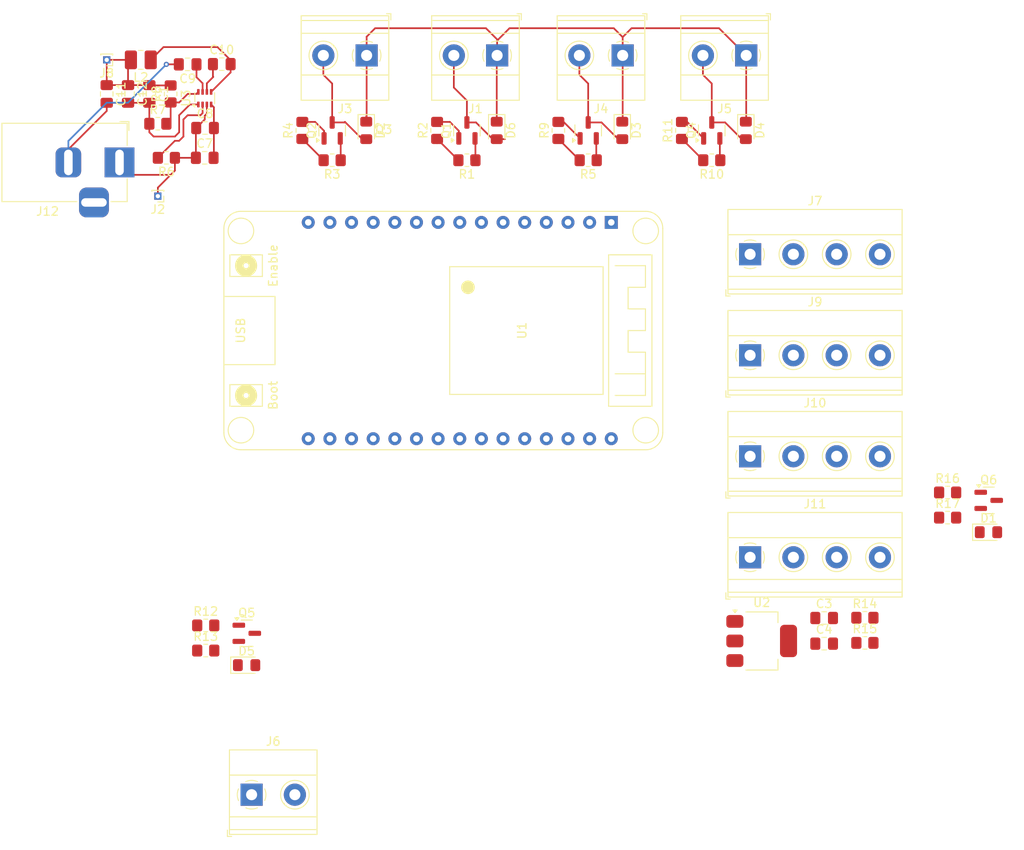
<source format=kicad_pcb>
(kicad_pcb (version 20240108) (generator "pcbnew") (generator_version "8.0")
  (layers (0 "F.Cu" signal) (31 "B.Cu" signal) (34 "B.Paste" user) (35 "F.Paste" user) (36 "B.SilkS" user "B.Silkscreen") (37 "F.SilkS" user "F.Silkscreen") (38 "B.Mask" user) (39 "F.Mask" user) (44 "Edge.Cuts" user))
  (net 0 "")
  (net 1 "/5V")
  (net 2 "GND")
  (net 3 "/MOSFET 3A5/V+")
  (net 4 "/MOSFET 3A5/V-")
  (net 5 "/3V3")
  (net 6 "/VDD_5_30V")
  (net 7 "Net-(U3-PG)")
  (net 8 "Net-(U3-SW)")
  (net 9 "Net-(U3-BST)")
  (net 10 "/MOSFET 3A1/V-")
  (net 11 "/MOSFET 3A2/V-")
  (net 12 "/MOSFET 3A3/V-")
  (net 13 "/MOSFET 3A4/V-")
  (net 14 "/MOSFET 3A/V-")
  (net 15 "/SDA")
  (net 16 "/SCL")
  (net 17 "Net-(Q1-G)")
  (net 18 "Net-(Q2-G)")
  (net 19 "Net-(Q3-G)")
  (net 20 "Net-(Q4-G)")
  (net 21 "Net-(Q5-G)")
  (net 22 "Net-(Q6-G)")
  (net 23 "/MOSFET 3A/Trigger")
  (net 24 "/MOSFET 3A1/Trigger")
  (net 25 "/MOSFET 3A2/Trigger")
  (net 26 "Net-(U3-EN)")
  (net 27 "Net-(U3-FB)")
  (net 28 "/MOSFET 3A3/Trigger")
  (net 29 "/MOSFET 3A4/Trigger")
  (net 30 "/Trigger_3V3")
  (footprint "Diode_SMD:D_0805_2012Metric_Pad1.15x1.40mm_HandSolder" (layer "F.Cu") (at 110.455 53 -90)
    (property "Reference" "D2" (at 0 -1.65 90) (layer "F.SilkS"))
    (property "Value" "D_Schottky")
    (pad "1" smd roundrect (at -1.025 0 270) (size 1.15 1.4) (layers "F.Cu" "F.Paste" "F.Mask") (roundrect_rratio 0.217391) (net 1 "/5V"))
    (pad "2" smd roundrect (at 1.025 0 270) (size 1.15 1.4) (layers "F.Cu" "F.Paste" "F.Mask") (roundrect_rratio 0.217391) (net 10 "/MOSFET 3A1/V-"))
  )
  (footprint "TerminalBlock_Phoenix:TerminalBlock_Phoenix_MKDS-1,5-2-5.08_1x02_P5.08mm_Horizontal" (layer "F.Cu") (at 125.8125 44.195 180)
    (property "Reference" "J1" (at 2.54 -6.26 180) (layer "F.SilkS"))
    (property "Value" "5V")
    (pad "1" thru_hole rect (at 0 0 180) (size 2.6 2.6) (drill 1.3) (layers "*.Cu" "*.Mask") (net 1 "/5V"))
    (pad "2" thru_hole circle (at 5.08 0 180) (size 2.6 2.6) (drill 1.3) (layers "*.Cu" "*.Mask") (net 14 "/MOSFET 3A/V-"))
  )
  (footprint "Resistor_SMD:R_0805_2012Metric_Pad1.20x1.40mm_HandSolder" (layer "F.Cu") (at 178.68 95.515)
    (property "Reference" "R16" (at 0 -1.65 0) (layer "F.SilkS"))
    (property "Value" "10K")
    (pad "1" smd roundrect (at -1 0) (size 1.2 1.4) (layers "F.Cu" "F.Paste" "F.Mask") (roundrect_rratio 0.208333) (net 2 "GND"))
    (pad "2" smd roundrect (at 1 0) (size 1.2 1.4) (layers "F.Cu" "F.Paste" "F.Mask") (roundrect_rratio 0.208333) (net 30 "/Trigger_3V3"))
  )
  (footprint "TerminalBlock_Phoenix:TerminalBlock_Phoenix_MKDS-1,5-4-5.08_1x04_P5.08mm_Horizontal" (layer "F.Cu") (at 155.5 79.405)
    (property "Reference" "J9" (at 7.62 -6.26 0) (layer "F.SilkS"))
    (property "Value" "I2C")
    (pad "1" thru_hole rect (at 0 0) (size 2.6 2.6) (drill 1.3) (layers "*.Cu" "*.Mask") (net 2 "GND"))
    (pad "2" thru_hole circle (at 5.08 0) (size 2.6 2.6) (drill 1.3) (layers "*.Cu" "*.Mask") (net 5 "/3V3"))
    (pad "3" thru_hole circle (at 10.16 0) (size 2.6 2.6) (drill 1.3) (layers "*.Cu" "*.Mask") (net 15 "/SDA"))
    (pad "4" thru_hole circle (at 15.24 0) (size 2.6 2.6) (drill 1.3) (layers "*.Cu" "*.Mask") (net 16 "/SCL"))
  )
  (footprint "TerminalBlock_Phoenix:TerminalBlock_Phoenix_MKDS-1,5-4-5.08_1x04_P5.08mm_Horizontal" (layer "F.Cu") (at 155.5 67.545)
    (property "Reference" "J7" (at 7.62 -6.26 0) (layer "F.SilkS"))
    (property "Value" "I2C")
    (pad "1" thru_hole rect (at 0 0) (size 2.6 2.6) (drill 1.3) (layers "*.Cu" "*.Mask") (net 2 "GND"))
    (pad "2" thru_hole circle (at 5.08 0) (size 2.6 2.6) (drill 1.3) (layers "*.Cu" "*.Mask") (net 5 "/3V3"))
    (pad "3" thru_hole circle (at 10.16 0) (size 2.6 2.6) (drill 1.3) (layers "*.Cu" "*.Mask") (net 15 "/SDA"))
    (pad "4" thru_hole circle (at 15.24 0) (size 2.6 2.6) (drill 1.3) (layers "*.Cu" "*.Mask") (net 16 "/SCL"))
  )
  (footprint "Capacitor_SMD:C_0805_2012Metric_Pad1.18x1.45mm_HandSolder" (layer "F.Cu") (at 89.496252 45.24375 180)
    (property "Reference" "C9" (at 0 -1.68 180) (layer "F.SilkS"))
    (property "Value" "33n")
    (pad "1" smd roundrect (at -1.0375 0 180) (size 1.175 1.45) (layers "F.Cu" "F.Paste" "F.Mask") (roundrect_rratio 0.212766) (net 7 "Net-(U3-PG)"))
    (pad "2" smd roundrect (at 1.0375 0 180) (size 1.175 1.45) (layers "F.Cu" "F.Paste" "F.Mask") (roundrect_rratio 0.212766) (net 2 "GND"))
  )
  (footprint "Resistor_SMD:R_0805_2012Metric_Pad1.20x1.40mm_HandSolder" (layer "F.Cu") (at 91.6175 111.125)
    (property "Reference" "R12" (at 0 -1.65 0) (layer "F.SilkS"))
    (property "Value" "10K")
    (pad "1" smd roundrect (at -1 0) (size 1.2 1.4) (layers "F.Cu" "F.Paste" "F.Mask") (roundrect_rratio 0.208333) (net 2 "GND"))
    (pad "2" smd roundrect (at 1 0) (size 1.2 1.4) (layers "F.Cu" "F.Paste" "F.Mask") (roundrect_rratio 0.208333) (net 29 "/MOSFET 3A4/Trigger"))
  )
  (footprint "Package_TO_SOT_SMD:SOT-23" (layer "F.Cu") (at 151 53 90)
    (property "Reference" "Q4" (at 0 -2.4 270) (layer "F.SilkS"))
    (property "Value" "AO3400A")
    (pad "1" smd roundrect (at -0.9375 -0.95 90) (size 1.475 0.6) (layers "F.Cu" "F.Paste" "F.Mask") (net 20 "Net-(Q4-G)"))
    (pad "2" smd roundrect (at -0.9375 0.95 90) (size 1.475 0.6) (layers "F.Cu" "F.Paste" "F.Mask") (net 2 "GND"))
    (pad "3" smd roundrect (at 0.9375 0 90) (size 1.475 0.6) (layers "F.Cu" "F.Paste" "F.Mask") (net 12 "/MOSFET 3A3/V-"))
  )
  (footprint "Package_TO_SOT_SMD:SOT-223-3_TabPin2" (layer "F.Cu") (at 156.86 112.95)
    (property "Reference" "U2" (at 0 -4.5 0) (layer "F.SilkS"))
    (property "Value" "NCP1117-3.3_SOT223")
    (pad "1" smd roundrect (at -3.15 -2.3) (size 2 1.5) (layers "F.Cu" "F.Paste" "F.Mask") (net 4 "/MOSFET 3A5/V-"))
    (pad "2" smd roundrect (at -3.15 0) (size 2 1.5) (layers "F.Cu" "F.Paste" "F.Mask") (net 5 "/3V3"))
    (pad "2" smd roundrect (at 3.15 0) (size 2 3.8) (layers "F.Cu" "F.Paste" "F.Mask") (net 5 "/3V3"))
    (pad "3" smd roundrect (at -3.15 2.3) (size 2 1.5) (layers "F.Cu" "F.Paste" "F.Mask") (net 3 "/MOSFET 3A5/V+"))
  )
  (footprint "TerminalBlock_Phoenix:TerminalBlock_Phoenix_MKDS-1,5-4-5.08_1x04_P5.08mm_Horizontal" (layer "F.Cu") (at 155.5 91.265)
    (property "Reference" "J10" (at 7.62 -6.26 0) (layer "F.SilkS"))
    (property "Value" "I2C")
    (pad "1" thru_hole rect (at 0 0) (size 2.6 2.6) (drill 1.3) (layers "*.Cu" "*.Mask") (net 2 "GND"))
    (pad "2" thru_hole circle (at 5.08 0) (size 2.6 2.6) (drill 1.3) (layers "*.Cu" "*.Mask") (net 5 "/3V3"))
    (pad "3" thru_hole circle (at 10.16 0) (size 2.6 2.6) (drill 1.3) (layers "*.Cu" "*.Mask") (net 15 "/SDA"))
    (pad "4" thru_hole circle (at 15.24 0) (size 2.6 2.6) (drill 1.3) (layers "*.Cu" "*.Mask") (net 16 "/SCL"))
  )
  (footprint "Capacitor_SMD:C_0805_2012Metric_Pad1.18x1.45mm_HandSolder" (layer "F.Cu") (at 93.5 45.217498)
    (property "Reference" "C10" (at 0 -1.68 360) (layer "F.SilkS"))
    (property "Value" "100n & 3A")
    (pad "1" smd roundrect (at -1.0375 0) (size 1.175 1.45) (layers "F.Cu" "F.Paste" "F.Mask") (roundrect_rratio 0.212766) (net 9 "Net-(U3-BST)"))
    (pad "2" smd roundrect (at 1.0375 0) (size 1.175 1.45) (layers "F.Cu" "F.Paste" "F.Mask") (roundrect_rratio 0.212766) (net 8 "Net-(U3-SW)"))
  )
  (footprint "Package_TO_SOT_SMD:SOT-23" (layer "F.Cu") (at 96.4375 112.05)
    (property "Reference" "Q5" (at 0 -2.4 0) (layer "F.SilkS"))
    (property "Value" "AO3400A")
    (pad "1" smd roundrect (at -0.9375 -0.95) (size 1.475 0.6) (layers "F.Cu" "F.Paste" "F.Mask") (net 21 "Net-(Q5-G)"))
    (pad "2" smd roundrect (at -0.9375 0.95) (size 1.475 0.6) (layers "F.Cu" "F.Paste" "F.Mask") (net 2 "GND"))
    (pad "3" smd roundrect (at 0.9375 0) (size 1.475 0.6) (layers "F.Cu" "F.Paste" "F.Mask") (net 13 "/MOSFET 3A4/V-"))
  )
  (footprint "Resistor_SMD:R_0805_2012Metric_Pad1.20x1.40mm_HandSolder" (layer "F.Cu") (at 168.97 110.225)
    (property "Reference" "R14" (at 0 -1.65 0) (layer "F.SilkS"))
    (property "Value" "10K")
    (pad "1" smd roundrect (at -1 0) (size 1.2 1.4) (layers "F.Cu" "F.Paste" "F.Mask") (roundrect_rratio 0.208333) (net 5 "/3V3"))
    (pad "2" smd roundrect (at 1 0) (size 1.2 1.4) (layers "F.Cu" "F.Paste" "F.Mask") (roundrect_rratio 0.208333) (net 15 "/SDA"))
  )
  (footprint "Resistor_SMD:R_0805_2012Metric_Pad1.20x1.40mm_HandSolder" (layer "F.Cu") (at 168.97 113.175)
    (property "Reference" "R15" (at 0 -1.65 0) (layer "F.SilkS"))
    (property "Value" "10K")
    (pad "1" smd roundrect (at -1 0) (size 1.2 1.4) (layers "F.Cu" "F.Paste" "F.Mask") (roundrect_rratio 0.208333) (net 5 "/3V3"))
    (pad "2" smd roundrect (at 1 0) (size 1.2 1.4) (layers "F.Cu" "F.Paste" "F.Mask") (roundrect_rratio 0.208333) (net 16 "/SCL"))
  )
  (footprint "Capacitor_SMD:C_0805_2012Metric_Pad1.18x1.45mm_HandSolder" (layer "F.Cu") (at 164.19 110.255)
    (property "Reference" "C3" (at 0 -1.68 0) (layer "F.SilkS"))
    (property "Value" "10u")
    (pad "1" smd roundrect (at -1.0375 0) (size 1.175 1.45) (layers "F.Cu" "F.Paste" "F.Mask") (roundrect_rratio 0.212766) (net 3 "/MOSFET 3A5/V+"))
    (pad "2" smd roundrect (at 1.0375 0) (size 1.175 1.45) (layers "F.Cu" "F.Paste" "F.Mask") (roundrect_rratio 0.212766) (net 4 "/MOSFET 3A5/V-"))
  )
  (footprint "bzd:esp32_devkit_v1_doit" (layer "F.Cu") (at 139.21 76.5 -90)
    (property "Reference" "U1" (at 0 10.47 90) (layer "F.SilkS"))
    (property "Value" "ESP32_DevKit_V1_DOIT")
    (fp_text user "USB" (at 0 43.49 90) (layer "F.SilkS"))
    (fp_text user "Enable" (at -7.62 39.68 90) (layer "F.SilkS"))
    (fp_text user "Boot" (at 7.62 39.68 90) (layer "F.SilkS"))
    (pad "1" thru_hole rect (at -12.7 0 270) (size 1.524 1.524) (drill 0.762) (layers "*.Cu" "*.Mask"))
    (pad "2" thru_hole circle (at -12.7 2.54 270) (size 1.524 1.524) (drill 0.762) (layers "*.Cu" "*.Mask"))
    (pad "3" thru_hole circle (at -12.7 5.08 270) (size 1.524 1.524) (drill 0.762) (layers "*.Cu" "*.Mask"))
    (pad "4" thru_hole circle (at -12.7 7.62 270) (size 1.524 1.524) (drill 0.762) (layers "*.Cu" "*.Mask"))
    (pad "5" thru_hole circle (at -12.7 10.16 270) (size 1.524 1.524) (drill 0.762) (layers "*.Cu" "*.Mask"))
    (pad "6" thru_hole circle (at -12.7 12.7 270) (size 1.524 1.524) (drill 0.762) (layers "*.Cu" "*.Mask") (net 29 "/MOSFET 3A4/Trigger"))
    (pad "7" thru_hole circle (at -12.7 15.24 270) (size 1.524 1.524) (drill 0.762) (layers "*.Cu" "*.Mask"))
    (pad "8" thru_hole circle (at -12.7 17.78 270) (size 1.524 1.524) (drill 0.762) (layers "*.Cu" "*.Mask"))
    (pad "9" thru_hole circle (at -12.7 20.32 270) (size 1.524 1.524) (drill 0.762) (layers "*.Cu" "*.Mask") (net 30 "/Trigger_3V3"))
    (pad "10" thru_hole circle (at -12.7 22.86 270) (size 1.524 1.524) (drill 0.762) (layers "*.Cu" "*.Mask") (net 28 "/MOSFET 3A3/Trigger"))
    (pad "11" thru_hole circle (at -12.7 25.4 270) (size 1.524 1.524) (drill 0.762) (layers "*.Cu" "*.Mask") (net 25 "/MOSFET 3A2/Trigger"))
    (pad "12" thru_hole circle (at -12.7 27.94 270) (size 1.524 1.524) (drill 0.762) (layers "*.Cu" "*.Mask") (net 23 "/MOSFET 3A/Trigger"))
    (pad "13" thru_hole circle (at -12.7 30.48 270) (size 1.524 1.524) (drill 0.762) (layers "*.Cu" "*.Mask") (net 24 "/MOSFET 3A1/Trigger"))
    (pad "14" thru_hole circle (at -12.7 33.02 270) (size 1.524 1.524) (drill 0.762) (layers "*.Cu" "*.Mask") (net 2 "GND"))
    (pad "15" thru_hole circle (at -12.7 35.56 270) (size 1.524 1.524) (drill 0.762) (layers "*.Cu" "*.Mask") (net 1 "/5V"))
    (pad "16" thru_hole circle (at 12.7 35.56 270) (size 1.524 1.524) (drill 0.762) (layers "*.Cu" "*.Mask"))
    (pad "17" thru_hole circle (at 12.7 33.02 270) (size 1.524 1.524) (drill 0.762) (layers "*.Cu" "*.Mask") (net 2 "GND"))
    (pad "18" thru_hole circle (at 12.7 30.48 270) (size 1.524 1.524) (drill 0.762) (layers "*.Cu" "*.Mask"))
    (pad "19" thru_hole circle (at 12.7 27.94 270) (size 1.524 1.524) (drill 0.762) (layers "*.Cu" "*.Mask"))
    (pad "20" thru_hole circle (at 12.7 25.4 270) (size 1.524 1.524) (drill 0.762) (layers "*.Cu" "*.Mask"))
    (pad "21" thru_hole circle (at 12.7 22.86 270) (size 1.524 1.524) (drill 0.762) (layers "*.Cu" "*.Mask"))
    (pad "22" thru_hole circle (at 12.7 20.32 270) (size 1.524 1.524) (drill 0.762) (layers "*.Cu" "*.Mask"))
    (pad "23" thru_hole circle (at 12.7 17.78 270) (size 1.524 1.524) (drill 0.762) (layers "*.Cu" "*.Mask"))
    (pad "24" thru_hole circle (at 12.7 15.24 270) (size 1.524 1.524) (drill 0.762) (layers "*.Cu" "*.Mask"))
    (pad "25" thru_hole circle (at 12.7 12.7 270) (size 1.524 1.524) (drill 0.762) (layers "*.Cu" "*.Mask"))
    (pad "26" thru_hole circle (at 12.7 10.16 270) (size 1.524 1.524) (drill 0.762) (layers "*.Cu" "*.Mask") (net 15 "/SDA"))
    (pad "27" thru_hole circle (at 12.7 7.62 270) (size 1.524 1.524) (drill 0.762) (layers "*.Cu" "*.Mask"))
    (pad "28" thru_hole circle (at 12.7 5.08 270) (size 1.524 1.524) (drill 0.762) (layers "*.Cu" "*.Mask"))
    (pad "29" thru_hole circle (at 12.7 2.54 270) (size 1.524 1.524) (drill 0.762) (layers "*.Cu" "*.Mask") (net 16 "/SCL"))
    (pad "30" thru_hole circle (at 12.7 0 270) (size 1.524 1.524) (drill 0.762) (layers "*.Cu" "*.Mask"))
  )
  (footprint "Capacitor_SMD:C_0805_2012Metric_Pad1.18x1.45mm_HandSolder" (layer "F.Cu") (at 85 48.717498 -90)
    (property "Reference" "C1" (at 0 -1.68 90) (layer "F.SilkS"))
    (property "Value" "22u")
    (pad "1" smd roundrect (at -1.0375 0 270) (size 1.175 1.45) (layers "F.Cu" "F.Paste" "F.Mask") (roundrect_rratio 0.212766) (net 1 "/5V"))
    (pad "2" smd roundrect (at 1.0375 0 270) (size 1.175 1.45) (layers "F.Cu" "F.Paste" "F.Mask") (roundrect_rratio 0.212766) (net 2 "GND"))
  )
  (footprint "Diode_SMD:D_0805_2012Metric_Pad1.15x1.40mm_HandSolder" (layer "F.Cu") (at 125.7675 53 -90)
    (property "Reference" "D6" (at 0 -1.65 90) (layer "F.SilkS"))
    (property "Value" "D_Schottky")
    (pad "1" smd roundrect (at -1.025 0 270) (size 1.15 1.4) (layers "F.Cu" "F.Paste" "F.Mask") (roundrect_rratio 0.217391) (net 1 "/5V"))
    (pad "2" smd roundrect (at 1.025 0 270) (size 1.15 1.4) (layers "F.Cu" "F.Paste" "F.Mask") (roundrect_rratio 0.217391) (net 14 "/MOSFET 3A/V-"))
  )
  (footprint "Resistor_SMD:R_0805_2012Metric_Pad1.20x1.40mm_HandSolder" (layer "F.Cu") (at 91.6175 114.075)
    (property "Reference" "R13" (at 0 -1.65 0) (layer "F.SilkS"))
    (property "Value" "100")
    (pad "1" smd roundrect (at -1 0) (size 1.2 1.4) (layers "F.Cu" "F.Paste" "F.Mask") (roundrect_rratio 0.208333) (net 29 "/MOSFET 3A4/Trigger"))
    (pad "2" smd roundrect (at 1 0) (size 1.2 1.4) (layers "F.Cu" "F.Paste" "F.Mask") (roundrect_rratio 0.208333) (net 21 "Net-(Q5-G)"))
  )
  (footprint "TerminalBlock_Phoenix:TerminalBlock_Phoenix_MKDS-1,5-2-5.08_1x02_P5.08mm_Horizontal" (layer "F.Cu") (at 155.045 44.195 180)
    (property "Reference" "J5" (at 2.54 -6.26 180) (layer "F.SilkS"))
    (property "Value" "5V")
    (pad "1" thru_hole rect (at 0 0 180) (size 2.6 2.6) (drill 1.3) (layers "*.Cu" "*.Mask") (net 1 "/5V"))
    (pad "2" thru_hole circle (at 5.08 0 180) (size 2.6 2.6) (drill 1.3) (layers "*.Cu" "*.Mask") (net 12 "/MOSFET 3A3/V-"))
  )
  (footprint "Connector_BarrelJack:BarrelJack_Horizontal" (layer "F.Cu") (at 81.5 56.759998)
    (property "Reference" "J12" (at -8.45 5.75 360) (layer "F.SilkS"))
    (property "Value" "Barrel_Jack_Switch")
    (pad "1" thru_hole rect (at 0 0) (size 3.5 3.5) (drill oval 1 3) (layers "*.Cu" "*.Mask") (net 6 "/VDD_5_30V"))
    (pad "2" thru_hole roundrect (at -6 0) (size 3 3.5) (drill oval 1 3) (layers "*.Cu" "*.Mask") (net 2 "GND"))
    (pad "3" thru_hole roundrect (at -3 4.7) (size 3.5 3.5) (drill oval 3 1) (layers "*.Cu" "*.Mask"))
  )
  (footprint "Capacitor_SMD:C_0805_2012Metric_Pad1.18x1.45mm_HandSolder" (layer "F.Cu") (at 91.5 56.217498)
    (property "Reference" "C7" (at 0 -1.68 360) (layer "F.SilkS"))
    (property "Value" "10u")
    (pad "1" smd roundrect (at -1.0375 0) (size 1.175 1.45) (layers "F.Cu" "F.Paste" "F.Mask") (roundrect_rratio 0.212766) (net 6 "/VDD_5_30V"))
    (pad "2" smd roundrect (at 1.0375 0) (size 1.175 1.45) (layers "F.Cu" "F.Paste" "F.Mask") (roundrect_rratio 0.212766) (net 2 "GND"))
  )
  (footprint "TerminalBlock_Phoenix:TerminalBlock_Phoenix_MKDS-1,5-2-5.08_1x02_P5.08mm_Horizontal" (layer "F.Cu") (at 110.5 44.195 180)
    (property "Reference" "J3" (at 2.54 -6.26 180) (layer "F.SilkS"))
    (property "Value" "5V")
    (pad "1" thru_hole rect (at 0 0 180) (size 2.6 2.6) (drill 1.3) (layers "*.Cu" "*.Mask") (net 1 "/5V"))
    (pad "2" thru_hole circle (at 5.08 0 180) (size 2.6 2.6) (drill 1.3) (layers "*.Cu" "*.Mask") (net 10 "/MOSFET 3A1/V-"))
  )
  (footprint "Resistor_SMD:R_0805_2012Metric_Pad1.20x1.40mm_HandSolder" (layer "F.Cu") (at 86 52.217498)
    (property "Reference" "R7" (at 0 -1.65 360) (layer "F.SilkS"))
    (property "Value" "10.2K")
    (pad "1" smd roundrect (at -1 0) (size 1.2 1.4) (layers "F.Cu" "F.Paste" "F.Mask") (roundrect_rratio 0.208333) (net 2 "GND"))
    (pad "2" smd roundrect (at 1 0) (size 1.2 1.4) (layers "F.Cu" "F.Paste" "F.Mask") (roundrect_rratio 0.208333) (net 27 "Net-(U3-FB)"))
  )
  (footprint "Resistor_SMD:R_0805_2012Metric_Pad1.20x1.40mm_HandSolder" (layer "F.Cu") (at 102.955 53 90)
    (property "Reference" "R4" (at 0 -1.65 270) (layer "F.SilkS"))
    (property "Value" "100")
    (pad "1" smd roundrect (at -1 0 90) (size 1.2 1.4) (layers "F.Cu" "F.Paste" "F.Mask") (roundrect_rratio 0.208333) (net 24 "/MOSFET 3A1/Trigger"))
    (pad "2" smd roundrect (at 1 0 90) (size 1.2 1.4) (layers "F.Cu" "F.Paste" "F.Mask") (roundrect_rratio 0.208333) (net 18 "Net-(Q2-G)"))
  )
  (footprint "TerminalBlock_Phoenix:TerminalBlock_Phoenix_MKDS-1,5-4-5.08_1x04_P5.08mm_Horizontal" (layer "F.Cu") (at 155.5 103.125)
    (property "Reference" "J11" (at 7.62 -6.26 0) (layer "F.SilkS"))
    (property "Value" "I2C")
    (pad "1" thru_hole rect (at 0 0) (size 2.6 2.6) (drill 1.3) (layers "*.Cu" "*.Mask") (net 2 "GND"))
    (pad "2" thru_hole circle (at 5.08 0) (size 2.6 2.6) (drill 1.3) (layers "*.Cu" "*.Mask") (net 5 "/3V3"))
    (pad "3" thru_hole circle (at 10.16 0) (size 2.6 2.6) (drill 1.3) (layers "*.Cu" "*.Mask") (net 15 "/SDA"))
    (pad "4" thru_hole circle (at 15.24 0) (size 2.6 2.6) (drill 1.3) (layers "*.Cu" "*.Mask") (net 16 "/SCL"))
  )
  (footprint "Resistor_SMD:R_0805_2012Metric_Pad1.20x1.40mm_HandSolder" (layer "F.Cu") (at 178.68 98.465)
    (property "Reference" "R17" (at 0 -1.65 0) (layer "F.SilkS"))
    (property "Value" "100")
    (pad "1" smd roundrect (at -1 0) (size 1.2 1.4) (layers "F.Cu" "F.Paste" "F.Mask") (roundrect_rratio 0.208333) (net 30 "/Trigger_3V3"))
    (pad "2" smd roundrect (at 1 0) (size 1.2 1.4) (layers "F.Cu" "F.Paste" "F.Mask") (roundrect_rratio 0.208333) (net 22 "Net-(Q6-G)"))
  )
  (footprint "Resistor_SMD:R_0805_2012Metric_Pad1.20x1.40mm_HandSolder" (layer "F.Cu") (at 133 53 90)
    (property "Reference" "R9" (at 0 -1.65 270) (layer "F.SilkS"))
    (property "Value" "100")
    (pad "1" smd roundrect (at -1 0 90) (size 1.2 1.4) (layers "F.Cu" "F.Paste" "F.Mask") (roundrect_rratio 0.208333) (net 25 "/MOSFET 3A2/Trigger"))
    (pad "2" smd roundrect (at 1 0 90) (size 1.2 1.4) (layers "F.Cu" "F.Paste" "F.Mask") (roundrect_rratio 0.208333) (net 19 "Net-(Q3-G)"))
  )
  (footprint "Package_TO_SOT_SMD:SOT-23" (layer "F.Cu") (at 136.5 53 90)
    (property "Reference" "Q3" (at 0.1 -23.995 0) (layer "F.SilkS"))
    (property "Value" "AO3400A")
    (pad "1" smd roundrect (at -0.9375 -0.95 90) (size 1.475 0.6) (layers "F.Cu" "F.Paste" "F.Mask") (net 19 "Net-(Q3-G)"))
    (pad "2" smd roundrect (at -0.9375 0.95 90) (size 1.475 0.6) (layers "F.Cu" "F.Paste" "F.Mask") (net 2 "GND"))
    (pad "3" smd roundrect (at 0.9375 0 90) (size 1.475 0.6) (layers "F.Cu" "F.Paste" "F.Mask") (net 11 "/MOSFET 3A2/V-"))
  )
  (footprint "Diode_SMD:D_0805_2012Metric_Pad1.15x1.40mm_HandSolder" (layer "F.Cu") (at 96.4125 115.79)
    (property "Reference" "D5" (at 0 -1.65 0) (layer "F.SilkS"))
    (property "Value" "D_Schottky")
    (pad "1" smd roundrect (at -1.025 0) (size 1.15 1.4) (layers "F.Cu" "F.Paste" "F.Mask") (roundrect_rratio 0.217391) (net 6 "/VDD_5_30V"))
    (pad "2" smd roundrect (at 1.025 0) (size 1.15 1.4) (layers "F.Cu" "F.Paste" "F.Mask") (roundrect_rratio 0.217391) (net 13 "/MOSFET 3A4/V-"))
  )
  (footprint "Resistor_SMD:R_0805_2012Metric_Pad1.20x1.40mm_HandSolder" (layer "F.Cu") (at 106.455 56.5 180)
    (property "Reference" "R3" (at 0 -1.65 180) (layer "F.SilkS"))
    (property "Value" "10K")
    (pad "1" smd roundrect (at -1 0 180) (size 1.2 1.4) (layers "F.Cu" "F.Paste" "F.Mask") (roundrect_rratio 0.208333) (net 2 "GND"))
    (pad "2" smd roundrect (at 1 0 180) (size 1.2 1.4) (layers "F.Cu" "F.Paste" "F.Mask") (roundrect_rratio 0.208333) (net 24 "/MOSFET 3A1/Trigger"))
  )
  (footprint "Package_TO_SOT_SMD:SOT-23" (layer "F.Cu") (at 106.455 53 90)
    (property "Reference" "Q2" (at 0 -2.4 270) (layer "F.SilkS"))
    (property "Value" "AO3400A")
    (pad "1" smd roundrect (at -0.9375 -0.95 90) (size 1.475 0.6) (layers "F.Cu" "F.Paste" "F.Mask") (net 18 "Net-(Q2-G)"))
    (pad "2" smd roundrect (at -0.9375 0.95 90) (size 1.475 0.6) (layers "F.Cu" "F.Paste" "F.Mask") (net 2 "GND"))
    (pad "3" smd roundrect (at 0.9375 0 90) (size 1.475 0.6) (layers "F.Cu" "F.Paste" "F.Mask") (net 10 "/MOSFET 3A1/V-"))
  )
  (footprint "Resistor_SMD:R_0805_2012Metric_Pad1.20x1.40mm_HandSolder" (layer "F.Cu") (at 151 56.5 180)
    (property "Reference" "R10" (at 0 -1.65 180) (layer "F.SilkS"))
    (property "Value" "10K")
    (pad "1" smd roundrect (at -1 0 180) (size 1.2 1.4) (layers "F.Cu" "F.Paste" "F.Mask") (roundrect_rratio 0.208333) (net 2 "GND"))
    (pad "2" smd roundrect (at 1 0 180) (size 1.2 1.4) (layers "F.Cu" "F.Paste" "F.Mask") (roundrect_rratio 0.208333) (net 28 "/MOSFET 3A3/Trigger"))
  )
  (footprint "Package_TO_SOT_SMD:SOT-23" (layer "F.Cu") (at 183.5 96.44)
    (property "Reference" "Q6" (at 0 -2.4 0) (layer "F.SilkS"))
    (property "Value" "AO3400A")
    (pad "1" smd roundrect (at -0.9375 -0.95) (size 1.475 0.6) (layers "F.Cu" "F.Paste" "F.Mask") (net 22 "Net-(Q6-G)"))
    (pad "2" smd roundrect (at -0.9375 0.95) (size 1.475 0.6) (layers "F.Cu" "F.Paste" "F.Mask") (net 2 "GND"))
    (pad "3" smd roundrect (at 0.9375 0) (size 1.475 0.6) (layers "F.Cu" "F.Paste" "F.Mask") (net 4 "/MOSFET 3A5/V-"))
  )
  (footprint "Resistor_SMD:R_0805_2012Metric_Pad1.20x1.40mm_HandSolder" (layer "F.Cu") (at 87.5 48.717498 90)
    (property "Reference" "R8" (at 0 -1.65 270) (layer "F.SilkS"))
    (property "Value" "53.6K")
    (pad "1" smd roundrect (at -1 0 90) (size 1.2 1.4) (layers "F.Cu" "F.Paste" "F.Mask") (roundrect_rratio 0.208333) (net 27 "Net-(U3-FB)"))
    (pad "2" smd roundrect (at 1 0 90) (size 1.2 1.4) (layers "F.Cu" "F.Paste" "F.Mask") (roundrect_rratio 0.208333) (net 1 "/5V"))
  )
  (footprint "Resistor_SMD:R_0805_2012Metric_Pad1.20x1.40mm_HandSolder" (layer "F.Cu") (at 147.5 53 90)
    (property "Reference" "R11" (at 0 -1.65 270) (layer "F.SilkS"))
    (property "Value" "100")
    (pad "1" smd roundrect (at -1 0 90) (size 1.2 1.4) (layers "F.Cu" "F.Paste" "F.Mask") (roundrect_rratio 0.208333) (net 28 "/MOSFET 3A3/Trigger"))
    (pad "2" smd roundrect (at 1 0 90) (size 1.2 1.4) (layers "F.Cu" "F.Paste" "F.Mask") (roundrect_rratio 0.208333) (net 20 "Net-(Q4-G)"))
  )
  (footprint "Package_TO_SOT_SMD:SOT-583-8" (layer "F.Cu") (at 91.5 49.217498 90)
    (property "Reference" "U3" (at 0 -2.2 90) (layer "F.SilkS"))
    (property "Value" "TPS62933P")
    (pad "1" smd roundrect (at -0.74 -0.75 90) (size 0.67 0.3) (layers "F.Cu" "F.Paste" "F.Mask") (roundrect_rratio 0.1666666667) (net 2 "GND"))
    (pad "2" smd roundrect (at -0.74 -0.25 90) (size 0.67 0.3) (layers "F.Cu" "F.Paste" "F.Mask") (roundrect_rratio 0.1666666667) (net 26 "Net-(U3-EN)"))
    (pad "3" smd roundrect (at -0.74 0.25 90) (size 0.67 0.3) (layers "F.Cu" "F.Paste" "F.Mask") (roundrect_rratio 0.1666666667) (net 6 "/VDD_5_30V"))
    (pad "4" smd roundrect (at -0.74 0.75 90) (size 0.67 0.3) (layers "F.Cu" "F.Paste" "F.Mask") (roundrect_rratio 0.1666666667) (net 2 "GND"))
    (pad "5" smd roundrect (at 0.74 0.75 90) (size 0.67 0.3) (layers "F.Cu" "F.Paste" "F.Mask") (roundrect_rratio 0.1666666667) (net 8 "Net-(U3-SW)"))
    (pad "6" smd roundrect (at 0.74 0.25 90) (size 0.67 0.3) (layers "F.Cu" "F.Paste" "F.Mask") (roundrect_rratio 0.1666666667) (net 9 "Net-(U3-BST)"))
    (pad "7" smd roundrect (at 0.74 -0.25 90) (size 0.67 0.3) (layers "F.Cu" "F.Paste" "F.Mask") (roundrect_rratio 0.1666666667) (net 7 "Net-(U3-PG)"))
    (pad "8" smd roundrect (at 0.74 -0.75 90) (size 0.67 0.3) (layers "F.Cu" "F.Paste" "F.Mask") (roundrect_rratio 0.1666666667) (net 27 "Net-(U3-FB)"))
  )
  (footprint "Diode_SMD:D_0805_2012Metric_Pad1.15x1.40mm_HandSolder" (layer "F.Cu") (at 183.475 100.18)
    (property "Reference" "D1" (at 0 -1.65 0) (layer "F.SilkS"))
    (property "Value" "D_Schottky")
    (pad "1" smd roundrect (at -1.025 0) (size 1.15 1.4) (layers "F.Cu" "F.Paste" "F.Mask") (roundrect_rratio 0.217391) (net 3 "/MOSFET 3A5/V+"))
    (pad "2" smd roundrect (at 1.025 0) (size 1.15 1.4) (layers "F.Cu" "F.Paste" "F.Mask") (roundrect_rratio 0.217391) (net 4 "/MOSFET 3A5/V-"))
  )
  (footprint "TerminalBlock_Phoenix:TerminalBlock_Phoenix_MKDS-1,5-2-5.08_1x02_P5.08mm_Horizontal" (layer "F.Cu") (at 97 131)
    (property "Reference" "J6" (at 2.54 -6.26 0) (layer "F.SilkS"))
    (property "Value" "5_30V")
    (pad "1" thru_hole rect (at 0 0) (size 2.6 2.6) (drill 1.3) (layers "*.Cu" "*.Mask") (net 6 "/VDD_5_30V"))
    (pad "2" thru_hole circle (at 5.08 0) (size 2.6 2.6) (drill 1.3) (layers "*.Cu" "*.Mask") (net 13 "/MOSFET 3A4/V-"))
  )
  (footprint "Inductor_SMD:L_1008_2520Metric_Pad1.43x2.20mm_HandSolder" (layer "F.Cu") (at 84 44.717498 180)
    (property "Reference" "L2" (at 0 -2.05 180) (layer "F.SilkS"))
    (property "Value" "6.8uH & 3A")
    (pad "1" smd roundrect (at -1.1625 0 180) (size 1.425 2.2) (layers "F.Cu" "F.Paste" "F.Mask") (roundrect_rratio 0.175439) (net 8 "Net-(U3-SW)"))
    (pad "2" smd roundrect (at 1.1625 0 180) (size 1.425 2.2) (layers "F.Cu" "F.Paste" "F.Mask") (roundrect_rratio 0.175439) (net 1 "/5V"))
  )
  (footprint "Connector_PinHeader_1.00mm:PinHeader_1x01_P1.00mm_Vertical" (layer "F.Cu") (at 80 44.717498 180)
    (property "Reference" "J8" (at 0 -1.56 180) (layer "F.SilkS"))
    (property "Value" "5V")
    (pad "1" thru_hole rect (at 0 0 180) (size 0.85 0.85) (drill 0.5) (layers "*.Cu" "*.Mask") (net 1 "/5V"))
  )
  (footprint "TerminalBlock_Phoenix:TerminalBlock_Phoenix_MKDS-1,5-2-5.08_1x02_P5.08mm_Horizontal" (layer "F.Cu") (at 140.545 44.195 180)
    (property "Reference" "J4" (at 2.54 -6.26 180) (layer "F.SilkS"))
    (property "Value" "5V")
    (pad "1" thru_hole rect (at 0 0 180) (size 2.6 2.6) (drill 1.3) (layers "*.Cu" "*.Mask") (net 1 "/5V"))
    (pad "2" thru_hole circle (at 5.08 0 180) (size 2.6 2.6) (drill 1.3) (layers "*.Cu" "*.Mask") (net 11 "/MOSFET 3A2/V-"))
  )
  (footprint "Resistor_SMD:R_0805_2012Metric_Pad1.20x1.40mm_HandSolder" (layer "F.Cu") (at 118.7675 53 90)
    (property "Reference" "R2" (at 0 -1.65 270) (layer "F.SilkS"))
    (property "Value" "100")
    (pad "1" smd roundrect (at -1 0 90) (size 1.2 1.4) (layers "F.Cu" "F.Paste" "F.Mask") (roundrect_rratio 0.208333) (net 23 "/MOSFET 3A/Trigger"))
    (pad "2" smd roundrect (at 1 0 90) (size 1.2 1.4) (layers "F.Cu" "F.Paste" "F.Mask") (roundrect_rratio 0.208333) (net 17 "Net-(Q1-G)"))
  )
  (footprint "Capacitor_SMD:C_0805_2012Metric_Pad1.18x1.45mm_HandSolder" (layer "F.Cu") (at 91.5375 52.717498)
    (property "Reference" "C8" (at 0 -1.68 360) (layer "F.SilkS"))
    (property "Value" "0.1u")
    (pad "1" smd roundrect (at -1.0375 0) (size 1.175 1.45) (layers "F.Cu" "F.Paste" "F.Mask") (roundrect_rratio 0.212766) (net 6 "/VDD_5_30V"))
    (pad "2" smd roundrect (at 1.0375 0) (size 1.175 1.45) (layers "F.Cu" "F.Paste" "F.Mask") (roundrect_rratio 0.212766) (net 2 "GND"))
  )
  (footprint "Connector_PinHeader_1.00mm:PinHeader_1x01_P1.00mm_Vertical" (layer "F.Cu") (at 86 60.717498 180)
    (property "Reference" "J2" (at 0 -1.56 180) (layer "F.SilkS"))
    (property "Value" "VIN Reg")
    (pad "1" thru_hole rect (at 0 0 180) (size 0.85 0.85) (drill 0.5) (layers "*.Cu" "*.Mask") (net 6 "/VDD_5_30V"))
  )
  (footprint "Capacitor_SMD:C_0805_2012Metric_Pad1.18x1.45mm_HandSolder" (layer "F.Cu") (at 164.19 113.265)
    (property "Reference" "C4" (at 0 -1.68 0) (layer "F.SilkS"))
    (property "Value" "10u")
    (pad "1" smd roundrect (at -1.0375 0) (size 1.175 1.45) (layers "F.Cu" "F.Paste" "F.Mask") (roundrect_rratio 0.212766) (net 5 "/3V3"))
    (pad "2" smd roundrect (at 1.0375 0) (size 1.175 1.45) (layers "F.Cu" "F.Paste" "F.Mask") (roundrect_rratio 0.212766) (net 2 "GND"))
  )
  (footprint "Diode_SMD:D_0805_2012Metric_Pad1.15x1.40mm_HandSolder" (layer "F.Cu") (at 155 53 -90)
    (property "Reference" "D4" (at 0 -1.65 90) (layer "F.SilkS"))
    (property "Value" "D_Schottky")
    (pad "1" smd roundrect (at -1.025 0 270) (size 1.15 1.4) (layers "F.Cu" "F.Paste" "F.Mask") (roundrect_rratio 0.217391) (net 1 "/5V"))
    (pad "2" smd roundrect (at 1.025 0 270) (size 1.15 1.4) (layers "F.Cu" "F.Paste" "F.Mask") (roundrect_rratio 0.217391) (net 12 "/MOSFET 3A3/V-"))
  )
  (footprint "Resistor_SMD:R_0805_2012Metric_Pad1.20x1.40mm_HandSolder" (layer "F.Cu") (at 122.2675 56.5 180)
    (property "Reference" "R1" (at 0 -1.65 180) (layer "F.SilkS"))
    (property "Value" "10K")
    (pad "1" smd roundrect (at -1 0 180) (size 1.2 1.4) (layers "F.Cu" "F.Paste" "F.Mask") (roundrect_rratio 0.208333) (net 2 "GND"))
    (pad "2" smd roundrect (at 1 0 180) (size 1.2 1.4) (layers "F.Cu" "F.Paste" "F.Mask") (roundrect_rratio 0.208333) (net 23 "/MOSFET 3A/Trigger"))
  )
  (footprint "Capacitor_SMD:C_0805_2012Metric_Pad1.18x1.45mm_HandSolder" (layer "F.Cu") (at 80 48.717498 -90)
    (property "Reference" "C11" (at 0 -1.68 90) (layer "F.SilkS"))
    (property "Value" "10u")
    (pad "1" smd roundrect (at -1.0375 0 270) (size 1.175 1.45) (layers "F.Cu" "F.Paste" "F.Mask") (roundrect_rratio 0.212766) (net 1 "/5V"))
    (pad "2" smd roundrect (at 1.0375 0 270) (size 1.175 1.45) (layers "F.Cu" "F.Paste" "F.Mask") (roundrect_rratio 0.212766) (net 2 "GND"))
  )
  (footprint "Resistor_SMD:R_0805_2012Metric_Pad1.20x1.40mm_HandSolder" (layer "F.Cu") (at 136.5 56.5 180)
    (property "Reference" "R5" (at 0 -1.65 180) (layer "F.SilkS"))
    (property "Value" "10K")
    (pad "1" smd roundrect (at -1 0 180) (size 1.2 1.4) (layers "F.Cu" "F.Paste" "F.Mask") (roundrect_rratio 0.208333) (net 2 "GND"))
    (pad "2" smd roundrect (at 1 0 180) (size 1.2 1.4) (layers "F.Cu" "F.Paste" "F.Mask") (roundrect_rratio 0.208333) (net 25 "/MOSFET 3A2/Trigger"))
  )
  (footprint "Package_TO_SOT_SMD:SOT-23" (layer "F.Cu") (at 122.2675 53 90)
    (property "Reference" "Q1" (at 0 -2.4 270) (layer "F.SilkS"))
    (property "Value" "AO3400A")
    (pad "1" smd roundrect (at -0.9375 -0.95 90) (size 1.475 0.6) (layers "F.Cu" "F.Paste" "F.Mask") (net 17 "Net-(Q1-G)"))
    (pad "2" smd roundrect (at -0.9375 0.95 90) (size 1.475 0.6) (layers "F.Cu" "F.Paste" "F.Mask") (net 2 "GND"))
    (pad "3" smd roundrect (at 0.9375 0 90) (size 1.475 0.6) (layers "F.Cu" "F.Paste" "F.Mask") (net 14 "/MOSFET 3A/V-"))
  )
  (footprint "Diode_SMD:D_0805_2012Metric_Pad1.15x1.40mm_HandSolder" (layer "F.Cu") (at 140.5 53 -90)
    (property "Reference" "D3" (at 0 -1.65 90) (layer "F.SilkS"))
    (property "Value" "D_Schottky")
    (pad "1" smd roundrect (at -1.025 0 270) (size 1.15 1.4) (layers "F.Cu" "F.Paste" "F.Mask") (roundrect_rratio 0.217391) (net 1 "/5V"))
    (pad "2" smd roundrect (at 1.025 0 270) (size 1.15 1.4) (layers "F.Cu" "F.Paste" "F.Mask") (roundrect_rratio 0.217391) (net 11 "/MOSFET 3A2/V-"))
  )
  (footprint "Resistor_SMD:R_0805_2012Metric_Pad1.20x1.40mm_HandSolder" (layer "F.Cu") (at 87 56.217498 180)
    (property "Reference" "R6" (at 0 -1.65 180) (layer "F.SilkS"))
    (property "Value" "1M")
    (pad "1" smd roundrect (at -1 0 180) (size 1.2 1.4) (layers "F.Cu" "F.Paste" "F.Mask") (roundrect_rratio 0.208333) (net 6 "/VDD_5_30V"))
    (pad "2" smd roundrect (at 1 0 180) (size 1.2 1.4) (layers "F.Cu" "F.Paste" "F.Mask") (roundrect_rratio 0.208333) (net 26 "Net-(U3-EN)"))
  )
  (footprint "Capacitor_SMD:C_0805_2012Metric_Pad1.18x1.45mm_HandSolder" (layer "F.Cu") (at 82.5 48.717498 -90)
    (property "Reference" "C12" (at 0 -1.68 90) (layer "F.SilkS"))
    (property "Value" "0.1u")
    (pad "1" smd roundrect (at -1.0375 0 270) (size 1.175 1.45) (layers "F.Cu" "F.Paste" "F.Mask") (roundrect_rratio 0.212766) (net 1 "/5V"))
    (pad "2" smd roundrect (at 1.0375 0 270) (size 1.175 1.45) (layers "F.Cu" "F.Paste" "F.Mask") (roundrect_rratio 0.212766) (net 2 "GND"))
  )
  (segment (start 140.545 51.93) (end 140.5 51.975) (width 0.2) (layer "F.Cu") (net 1))
  (segment (start 124.5 41) (end 111.5 41) (width 0.2) (layer "F.Cu") (net 1))
  (segment (start 82.5 45.392498) (end 82.5 47.679998) (width 0.2) (layer "F.Cu") (net 1))
  (segment (start 82.5 47.679998) (end 85 47.679998) (width 0.2) (layer "F.Cu") (net 1))
  (segment (start 155.045 51.93) (end 155 51.975) (width 0.2) (layer "F.Cu") (net 1))
  (segment (start 125.88375 42.38375) (end 127.2675 41) (width 0.2) (layer "F.Cu") (net 1))
  (segment (start 140.545 44.195) (end 140.545 51.93) (width 0.2) (layer "F.Cu") (net 1))
  (segment (start 140.545 42.045) (end 140.545 44.195) (width 0.2) (layer "F.Cu") (net 1))
  (segment (start 82.8375 44.717498) (end 80 44.717498) (width 0.2) (layer "F.Cu") (net 1))
  (segment (start 82.8375 44.717498) (end 82.8375 45.054998) (width 0.2) (layer "F.Cu") (net 1))
  (segment (start 125.7675 51.975) (end 125.7675 44.24) (width 0.2) (layer "F.Cu") (net 1))
  (segment (start 111.5 41) (end 110.5 42) (width 0.2) (layer "F.Cu") (net 1))
  (segment (start 110.455 51.975) (end 110.455 51.35) (width 0.2) (layer "F.Cu") (net 1))
  (segment (start 85.0375 47.717498) (end 85 47.679998) (width 0.2) (layer "F.Cu") (net 1))
  (segment (start 84.5 47.679998) (end 84.5 47.217498) (width 0.2) (layer "F.Cu") (net 1))
  (segment (start 139.5 41) (end 140.545 42.045) (width 0.2) (layer "F.Cu") (net 1))
  (segment (start 110.5 42) (end 110.5 44.195) (width 0.2) (layer "F.Cu") (net 1))
  (segment (start 125.7675 44.24) (end 125.8125 44.195) (width 0.2) (layer "F.Cu") (net 1))
  (segment (start 125.8125 44.195) (end 125.8125 42.455) (width 0.2) (layer "F.Cu") (net 1))
  (segment (start 140.545 42.045) (end 141.59 41) (width 0.2) (layer "F.Cu") (net 1))
  (segment (start 84.5375 47.717498) (end 84.5 47.679998) (width 0.2) (layer "F.Cu") (net 1))
  (segment (start 125.8125 42.455) (end 125.88375 42.38375) (width 0.2) (layer "F.Cu") (net 1))
  (segment (start 110.5 51.93) (end 110.455 51.975) (width 0.2) (layer "F.Cu") (net 1))
  (segment (start 87.5 47.717498) (end 85.0375 47.717498) (width 0.2) (layer "F.Cu") (net 1))
  (segment (start 141.59 41) (end 151.85 41) (width 0.2) (layer "F.Cu") (net 1))
  (segment (start 151.85 41) (end 155.045 44.195) (width 0.2) (layer "F.Cu") (net 1))
  (segment (start 127.2675 41) (end 139.5 41) (width 0.2) (layer "F.Cu") (net 1))
  (segment (start 80 47.679998) (end 80 44.717498) (width 0.2) (layer "F.Cu") (net 1))
  (segment (start 125.88375 42.38375) (end 124.5 41) (width 0.2) (layer "F.Cu") (net 1))
  (segment (start 80 47.679998) (end 82.5 47.679998) (width 0.2) (layer "F.Cu") (net 1))
  (segment (start 110.5 44.195) (end 110.5 51.93) (width 0.2) (layer "F.Cu") (net 1))
  (segment (start 155.045 44.195) (end 155.045 51.93) (width 0.2) (layer "F.Cu") (net 1))
  (segment (start 82.8375 45.054998) (end 82.5 45.392498) (width 0.2) (layer "F.Cu") (net 1))
  (segment (start 92.575 55.717498) (end 92.575 52.717498) (width 0.2) (layer "F.Cu") (net 2))
  (segment (start 75.5 55.217498) (end 75.5 56.759998) (width 0.2) (layer "F.Cu") (net 2))
  (segment (start 88.458752 45.24375) (end 86.996252 45.24375) (width 0.2) (layer "F.Cu") (net 2))
  (segment (start 123.2675 53.9875) (end 123.2175 53.9375) (width 0.2) (layer "F.Cu") (net 2))
  (segment (start 151.95 53.9375) (end 151.95 56.45) (width 0.2) (layer "F.Cu") (net 2))
  (segment (start 137.5 56) (end 137.45 55.95) (width 0.2) (layer "F.Cu") (net 2))
  (segment (start 89.76 49.957498) (end 88.5 51.217498) (width 0.2) (layer "F.Cu") (net 2))
  (segment (start 85 49.754998) (end 82.5 49.754998) (width 0.2) (layer "F.Cu") (net 2))
  (segment (start 122.7675 56.5) (end 122.7675 56) (width 0.2) (layer "F.Cu") (net 2))
  (segment (start 85.5 53.717498) (end 85 53.217498) (width 0.2) (layer "F.Cu") (net 2))
  (segment (start 137.5 56.5) (end 137.5 56) (width 0.2) (layer "F.Cu") (net 2))
  (segment (start 88.5 53.217498) (end 88 53.717498) (width 0.2) (layer "F.Cu") (net 2))
  (segment (start 80 50.717498) (end 75.5 55.217498) (width 0.2) (layer "F.Cu") (net 2))
  (segment (start 92.575 50.282498) (end 92.25 49.957498) (width 0.2) (layer "F.Cu") (net 2))
  (segment (start 85.4625 49.754998) (end 85 49.754998) (width 0.2) (layer "F.Cu") (net 2))
  (segment (start 85 53.217498) (end 85 52.217498) (width 0.2) (layer "F.Cu") (net 2))
  (segment (start 82.5 49.754998) (end 80 49.754998) (width 0.2) (layer "F.Cu") (net 2))
  (segment (start 123.2675 56.5) (end 123.2675 53.9875) (width 0.2) (layer "F.Cu") (net 2))
  (segment (start 151.95 56.45) (end 152 56.5) (width 0.2) (layer "F.Cu") (net 2))
  (segment (start 85 52.217498) (end 85 49.754998) (width 0.2) (layer "F.Cu") (net 2))
  (segment (start 88.5 51.217498) (end 88.5 53.217498) (width 0.2) (layer "F.Cu") (net 2))
  (segment (start 88 53.717498) (end 85.5 53.717498) (width 0.2) (layer "F.Cu") (net 2))
  (segment (start 137.45 55.95) (end 137.45 53.9375) (width 0.2) (layer "F.Cu") (net 2))
  (segment (start 80 49.754998) (end 80 50.717498) (width 0.2) (layer "F.Cu") (net 2))
  (segment (start 107.455 56.5) (end 107.455 53.9875) (width 0.2) (layer "F.Cu") (net 2))
  (segment (start 92.5375 56.217498) (end 92.5375 55.754998) (width 0.2) (layer "F.Cu") (net 2))
  (segment (start 90.75 49.957498) (end 89.76 49.957498) (width 0.2) (layer "F.Cu") (net 2))
  (segment (start 92.5375 55.754998) (end 92.575 55.717498) (width 0.2) (layer "F.Cu") (net 2))
  (segment (start 107.455 53.9875) (end 107.405 53.9375) (width 0.2) (layer "F.Cu") (net 2))
  (segment (start 92.575 52.717498) (end 92.575 50.282498) (width 0.2) (layer "F.Cu") (net 2))
  (via (at 86.996252 45.24375) (size 0.6) (drill 0.3) (layers "F.Cu" "B.Cu") (net 2))
  (segment (start 86.996252 45.24375) (end 82.496252 49.74375) (width 0.2) (layer "B.Cu") (net 2))
  (segment (start 75.5 54.240002) (end 75.5 56.759998) (width 0.2) (layer "B.Cu") (net 2))
  (segment (start 82.496252 49.74375) (end 79.996252 49.74375) (width 0.2) (layer "B.Cu") (net 2))
  (segment (start 79.996252 49.74375) (end 75.5 54.240002) (width 0.2) (layer "B.Cu") (net 2))
  (segment (start 91.5 51.717498) (end 91.5 51.283184) (width 0.2) (layer "F.Cu") (net 6))
  (segment (start 88 57.717498) (end 87.5 58.217498) (width 0.2) (layer "F.Cu") (net 6))
  (segment (start 87.5 58.217498) (end 82.9575 58.217498) (width 0.2) (layer "F.Cu") (net 6))
  (segment (start 86 60.717498) (end 86 59.717498) (width 0.2) (layer "F.Cu") (net 6))
  (segment (start 90.4625 52.754998) (end 90.5 52.717498) (width 0.2) (layer "F.Cu") (net 6))
  (segment (start 90.5 52.717498) (end 91.5 51.717498) (width 0.2) (layer "F.Cu") (net 6))
  (segment (start 82.9575 58.217498) (end 81.5 56.759998) (width 0.2) (layer "F.Cu") (net 6))
  (segment (start 90.4625 56.217498) (end 90.4625 52.754998) (width 0.2) (layer "F.Cu") (net 6))
  (segment (start 91.75 51.033184) (end 91.75 49.957498) (width 0.2) (layer "F.Cu") (net 6))
  (segment (start 90.4625 56.217498) (end 88 56.217498) (width 0.2) (layer "F.Cu") (net 6))
  (segment (start 91.5 51.283184) (end 91.75 51.033184) (width 0.2) (layer "F.Cu") (net 6))
  (segment (start 86 59.717498) (end 87.5 58.217498) (width 0.2) (layer "F.Cu") (net 6))
  (segment (start 88 56.217498) (end 88 57.717498) (width 0.2) (layer "F.Cu") (net 6))
  (segment (start 91.25 47.467498) (end 90.533752 46.75125) (width 0.2) (layer "F.Cu") (net 7))
  (segment (start 91.25 48.477498) (end 91.25 47.467498) (width 0.2) (layer "F.Cu") (net 7))
  (segment (start 90.533752 46.75125) (end 90.533752 45.24375) (width 0.2) (layer "F.Cu") (net 7))
  (segment (start 94.5375 44.754998) (end 94.5375 45.217498) (width 0.2) (layer "F.Cu") (net 8))
  (segment (start 92.25 48.477498) (end 94.5375 46.189998) (width 0.2) (layer "F.Cu") (net 8))
  (segment (start 86.6625 43.217498) (end 93 43.217498) (width 0.2) (layer "F.Cu") (net 8))
  (segment (start 94.5375 46.189998) (end 94.5375 45.217498) (width 0.2) (layer "F.Cu") (net 8))
  (segment (start 93 43.217498) (end 94.5375 44.754998) (width 0.2) (layer "F.Cu") (net 8))
  (segment (start 85.1625 44.717498) (end 86.6625 43.217498) (width 0.2) (layer "F.Cu") (net 8))
  (segment (start 92.4625 46.679998) (end 92.4625 45.217498) (width 0.2) (layer "F.Cu") (net 9))
  (segment (start 91.75 48.477498) (end 91.75 47.467498) (width 0.2) (layer "F.Cu") (net 9))
  (segment (start 91.75 47.467498) (end 92.5 46.717498) (width 0.2) (layer "F.Cu") (net 9))
  (segment (start 92.5 46.717498) (end 92.4625 46.679998) (width 0.2) (layer "F.Cu") (net 9))
  (segment (start 109.98 54.025) (end 110.455 54.025) (width 0.2) (layer "F.Cu") (net 10))
  (segment (start 107.955 52) (end 109.98 54.025) (width 0.2) (layer "F.Cu") (net 10))
  (segment (start 107.8925 52.0625) (end 107.955 52) (width 0.2) (layer "F.Cu") (net 10))
  (segment (start 105.42 46.465) (end 106.455 47.5) (width 0.2) (layer "F.Cu") (net 10))
  (segment (start 106.455 52.0625) (end 107.8925 52.0625) (width 0.2) (layer "F.Cu") (net 10))
  (segment (start 106.455 47.5) (end 106.455 52.0625) (width 0.2) (layer "F.Cu") (net 10))
  (segment (start 105.42 44.195) (end 105.42 46.465) (width 0.2) (layer "F.Cu") (net 10))
  (segment (start 135.465 46.465) (end 136.5 47.5) (width 0.2) (layer "F.Cu") (net 11))
  (segment (start 140.025 54.025) (end 140.5 54.025) (width 0.2) (layer "F.Cu") (net 11))
  (segment (start 135.465 44.195) (end 135.465 46.465) (width 0.2) (layer "F.Cu") (net 11))
  (segment (start 138.0625 52.0625) (end 140.025 54.025) (width 0.2) (layer "F.Cu") (net 11))
  (segment (start 136.5 52.0625) (end 138.0625 52.0625) (width 0.2) (layer "F.Cu") (net 11))
  (segment (start 136.5 47.5) (end 136.5 52.0625) (width 0.2) (layer "F.Cu") (net 11))
  (segment (start 151 52.0625) (end 152.5625 52.0625) (width 0.2) (layer "F.Cu") (net 12))
  (segment (start 149.965 46.465) (end 151 47.5) (width 0.2) (layer "F.Cu") (net 12))
  (segment (start 151 47.5) (end 151 52.0625) (width 0.2) (layer "F.Cu") (net 12))
  (segment (start 154.525 54.025) (end 155 54.025) (width 0.2) (layer "F.Cu") (net 12))
  (segment (start 152.5625 52.0625) (end 154.525 54.025) (width 0.2) (layer "F.Cu") (net 12))
  (segment (start 149.965 44.195) (end 149.965 46.465) (width 0.2) (layer "F.Cu") (net 12))
  (segment (start 120.7325 44.195) (end 120.7325 47.965) (width 0.2) (layer "F.Cu") (net 14))
  (segment (start 125.7675 54.025) (end 126.7425 54.025) (width 0.2) (layer "F.Cu") (net 14))
  (segment (start 119.7225 44.805) (end 119.7225 44.545) (width 0.2) (layer "F.Cu") (net 14))
  (segment (start 122.2675 52.0625) (end 123.33 52.0625) (width 0.2) (layer "F.Cu") (net 14))
  (segment (start 125.2925 54.025) (end 125.7675 54.025) (width 0.2) (layer "F.Cu") (net 14))
  (segment (start 120.7325 47.965) (end 122.2675 49.5) (width 0.2) (layer "F.Cu") (net 14))
  (segment (start 122.2675 49.5) (end 122.2675 52.0625) (width 0.2) (layer "F.Cu") (net 14))
  (segment (start 123.33 52.0625) (end 125.2925 54.025) (width 0.2) (layer "F.Cu") (net 14))
  (segment (start 121.3175 53.05) (end 121.3175 53.9375) (width 0.2) (layer "F.Cu") (net 17))
  (segment (start 120.2675 52) (end 121.3175 53.05) (width 0.2) (layer "F.Cu") (net 17))
  (segment (start 118.7675 52) (end 120.2675 52) (width 0.2) (layer "F.Cu") (net 17))
  (segment (start 102.955 52) (end 104.455 52) (width 0.2) (layer "F.Cu") (net 18))
  (segment (start 104.455 52) (end 105.505 53.05) (width 0.2) (layer "F.Cu") (net 18))
  (segment (start 105.505 53.05) (end 105.505 53.9375) (width 0.2) (layer "F.Cu") (net 18))
  (segment (start 133.6125 52) (end 135.55 53.9375) (width 0.2) (layer "F.Cu") (net 19))
  (segment (start 133 52) (end 133.6125 52) (width 0.2) (layer "F.Cu") (net 19))
  (segment (start 147.5 52) (end 148.1125 52) (width 0.2) (layer "F.Cu") (net 20))
  (segment (start 148.1125 52) (end 150.05 53.9375) (width 0.2) (layer "F.Cu") (net 20))
  (segment (start 118.7675 54) (end 118.7675 54.5) (width 0.2) (layer "F.Cu") (net 23))
  (segment (start 118.7675 54) (end 121.2675 56.5) (width 0.2) (layer "F.Cu") (net 23))
  (segment (start 102.955 54) (end 105.455 56.5) (width 0.2) (layer "F.Cu") (net 24))
  (segment (start 133 54) (end 135.5 56.5) (width 0.2) (layer "F.Cu") (net 25))
  (segment (start 88.5 54.217498) (end 89 53.717498) (width 0.2) (layer "F.Cu") (net 26))
  (segment (start 89 53.717498) (end 89 51.717498) (width 0.2) (layer "F.Cu") (net 26))
  (segment (start 88 54.217498) (end 88.5 54.217498) (width 0.2) (layer "F.Cu") (net 26))
  (segment (start 91 51.217498) (end 91.25 50.967498) (width 0.2) (layer "F.Cu") (net 26))
  (segment (start 89 51.717498) (end 89.5 51.217498) (width 0.2) (layer "F.Cu") (net 26))
  (segment (start 89.5 51.217498) (end 91 51.217498) (width 0.2) (layer "F.Cu") (net 26))
  (segment (start 91.25 50.967498) (end 91.25 49.957498) (width 0.2) (layer "F.Cu") (net 26))
  (segment (start 86 56.217498) (end 88 54.217498) (width 0.2) (layer "F.Cu") (net 26))
  (segment (start 88.5 49.717498) (end 87.5 49.717498) (width 0.2) (layer "F.Cu") (net 27))
  (segment (start 90.75 48.477498) (end 90.51 48.717498) (width 0.2) (layer "F.Cu") (net 27))
  (segment (start 87.5 52.217498) (end 87.5 49.717498) (width 0.2) (layer "F.Cu") (net 27))
  (segment (start 90.51 48.717498) (end 89.5 48.717498) (width 0.2) (layer "F.Cu") (net 27))
  (segment (start 89.5 48.717498) (end 88.5 49.717498) (width 0.2) (layer "F.Cu") (net 27))
  (segment (start 147.5 54) (end 150 56.5) (width 0.2) (layer "F.Cu") (net 28))
)
</source>
